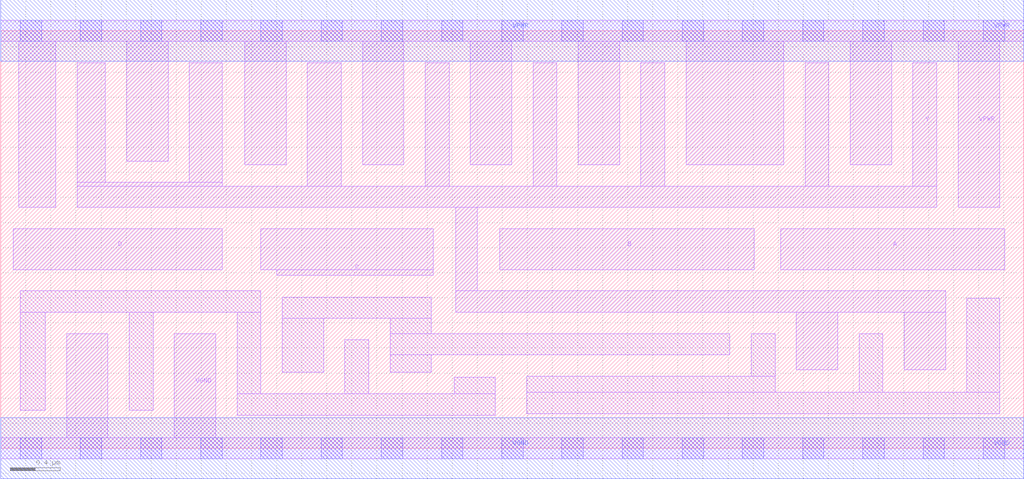
<source format=lef>
# Copyright 2020 The SkyWater PDK Authors
#
# Licensed under the Apache License, Version 2.0 (the "License");
# you may not use this file except in compliance with the License.
# You may obtain a copy of the License at
#
#     https://www.apache.org/licenses/LICENSE-2.0
#
# Unless required by applicable law or agreed to in writing, software
# distributed under the License is distributed on an "AS IS" BASIS,
# WITHOUT WARRANTIES OR CONDITIONS OF ANY KIND, either express or implied.
# See the License for the specific language governing permissions and
# limitations under the License.
#
# SPDX-License-Identifier: Apache-2.0

VERSION 5.7 ;
  NAMESCASESENSITIVE ON ;
  NOWIREEXTENSIONATPIN ON ;
  DIVIDERCHAR "/" ;
  BUSBITCHARS "[]" ;
UNITS
  DATABASE MICRONS 200 ;
END UNITS
MACRO sky130_fd_sc_lp__nand4_4
  CLASS CORE ;
  SOURCE USER ;
  FOREIGN sky130_fd_sc_lp__nand4_4 ;
  ORIGIN  0.000000  0.000000 ;
  SIZE  8.160000 BY  3.330000 ;
  SYMMETRY X Y R90 ;
  SITE unit ;
  PIN A
    ANTENNAGATEAREA  1.260000 ;
    DIRECTION INPUT ;
    USE SIGNAL ;
    PORT
      LAYER li1 ;
        RECT 6.220000 1.425000 8.005000 1.750000 ;
    END
  END A
  PIN B
    ANTENNAGATEAREA  1.260000 ;
    DIRECTION INPUT ;
    USE SIGNAL ;
    PORT
      LAYER li1 ;
        RECT 3.980000 1.425000 6.010000 1.750000 ;
    END
  END B
  PIN C
    ANTENNAGATEAREA  1.260000 ;
    DIRECTION INPUT ;
    USE SIGNAL ;
    PORT
      LAYER li1 ;
        RECT 2.075000 1.425000 3.450000 1.750000 ;
        RECT 2.200000 1.380000 3.450000 1.425000 ;
    END
  END C
  PIN D
    ANTENNAGATEAREA  1.260000 ;
    DIRECTION INPUT ;
    USE SIGNAL ;
    PORT
      LAYER li1 ;
        RECT 0.100000 1.425000 1.765000 1.750000 ;
    END
  END D
  PIN Y
    ANTENNADIFFAREA  3.292800 ;
    DIRECTION OUTPUT ;
    USE SIGNAL ;
    PORT
      LAYER li1 ;
        RECT 0.610000 1.920000 7.465000 2.090000 ;
        RECT 0.610000 2.090000 1.765000 2.120000 ;
        RECT 0.610000 2.120000 0.835000 3.075000 ;
        RECT 1.505000 2.120000 1.765000 3.075000 ;
        RECT 2.445000 2.090000 2.715000 3.075000 ;
        RECT 3.385000 2.090000 3.575000 3.075000 ;
        RECT 3.630000 1.085000 7.535000 1.255000 ;
        RECT 3.630000 1.255000 3.800000 1.920000 ;
        RECT 4.245000 2.090000 4.435000 3.075000 ;
        RECT 5.105000 2.090000 5.295000 3.075000 ;
        RECT 6.345000 0.625000 6.675000 1.085000 ;
        RECT 6.415000 2.090000 6.605000 3.075000 ;
        RECT 7.205000 0.625000 7.535000 1.085000 ;
        RECT 7.275000 2.090000 7.465000 3.075000 ;
    END
  END Y
  PIN VGND
    DIRECTION INOUT ;
    USE GROUND ;
    PORT
      LAYER li1 ;
        RECT 0.000000 -0.085000 8.160000 0.085000 ;
        RECT 0.525000  0.085000 0.855000 0.915000 ;
        RECT 1.385000  0.085000 1.715000 0.915000 ;
      LAYER mcon ;
        RECT 0.155000 -0.085000 0.325000 0.085000 ;
        RECT 0.635000 -0.085000 0.805000 0.085000 ;
        RECT 1.115000 -0.085000 1.285000 0.085000 ;
        RECT 1.595000 -0.085000 1.765000 0.085000 ;
        RECT 2.075000 -0.085000 2.245000 0.085000 ;
        RECT 2.555000 -0.085000 2.725000 0.085000 ;
        RECT 3.035000 -0.085000 3.205000 0.085000 ;
        RECT 3.515000 -0.085000 3.685000 0.085000 ;
        RECT 3.995000 -0.085000 4.165000 0.085000 ;
        RECT 4.475000 -0.085000 4.645000 0.085000 ;
        RECT 4.955000 -0.085000 5.125000 0.085000 ;
        RECT 5.435000 -0.085000 5.605000 0.085000 ;
        RECT 5.915000 -0.085000 6.085000 0.085000 ;
        RECT 6.395000 -0.085000 6.565000 0.085000 ;
        RECT 6.875000 -0.085000 7.045000 0.085000 ;
        RECT 7.355000 -0.085000 7.525000 0.085000 ;
        RECT 7.835000 -0.085000 8.005000 0.085000 ;
      LAYER met1 ;
        RECT 0.000000 -0.245000 8.160000 0.245000 ;
    END
  END VGND
  PIN VPWR
    DIRECTION INOUT ;
    USE POWER ;
    PORT
      LAYER li1 ;
        RECT 0.000000 3.245000 8.160000 3.415000 ;
        RECT 0.145000 1.920000 0.440000 3.245000 ;
        RECT 1.005000 2.290000 1.335000 3.245000 ;
        RECT 1.945000 2.260000 2.275000 3.245000 ;
        RECT 2.885000 2.260000 3.215000 3.245000 ;
        RECT 3.745000 2.260000 4.075000 3.245000 ;
        RECT 4.605000 2.260000 4.935000 3.245000 ;
        RECT 5.465000 2.260000 6.245000 3.245000 ;
        RECT 6.775000 2.260000 7.105000 3.245000 ;
        RECT 7.635000 1.920000 7.965000 3.245000 ;
      LAYER mcon ;
        RECT 0.155000 3.245000 0.325000 3.415000 ;
        RECT 0.635000 3.245000 0.805000 3.415000 ;
        RECT 1.115000 3.245000 1.285000 3.415000 ;
        RECT 1.595000 3.245000 1.765000 3.415000 ;
        RECT 2.075000 3.245000 2.245000 3.415000 ;
        RECT 2.555000 3.245000 2.725000 3.415000 ;
        RECT 3.035000 3.245000 3.205000 3.415000 ;
        RECT 3.515000 3.245000 3.685000 3.415000 ;
        RECT 3.995000 3.245000 4.165000 3.415000 ;
        RECT 4.475000 3.245000 4.645000 3.415000 ;
        RECT 4.955000 3.245000 5.125000 3.415000 ;
        RECT 5.435000 3.245000 5.605000 3.415000 ;
        RECT 5.915000 3.245000 6.085000 3.415000 ;
        RECT 6.395000 3.245000 6.565000 3.415000 ;
        RECT 6.875000 3.245000 7.045000 3.415000 ;
        RECT 7.355000 3.245000 7.525000 3.415000 ;
        RECT 7.835000 3.245000 8.005000 3.415000 ;
      LAYER met1 ;
        RECT 0.000000 3.085000 8.160000 3.575000 ;
    END
  END VPWR
  OBS
    LAYER li1 ;
      RECT 0.155000 0.305000 0.355000 1.085000 ;
      RECT 0.155000 1.085000 2.075000 1.255000 ;
      RECT 1.025000 0.305000 1.215000 1.085000 ;
      RECT 1.885000 0.265000 3.945000 0.435000 ;
      RECT 1.885000 0.435000 2.075000 1.085000 ;
      RECT 2.245000 0.605000 2.575000 1.035000 ;
      RECT 2.245000 1.035000 3.435000 1.205000 ;
      RECT 2.745000 0.435000 2.935000 0.865000 ;
      RECT 3.105000 0.605000 3.435000 0.745000 ;
      RECT 3.105000 0.745000 5.815000 0.915000 ;
      RECT 3.105000 0.915000 3.435000 1.035000 ;
      RECT 3.615000 0.435000 3.945000 0.565000 ;
      RECT 4.195000 0.275000 7.965000 0.445000 ;
      RECT 4.195000 0.445000 6.175000 0.575000 ;
      RECT 5.985000 0.575000 6.175000 0.915000 ;
      RECT 6.845000 0.445000 7.035000 0.915000 ;
      RECT 7.705000 0.445000 7.965000 1.195000 ;
  END
END sky130_fd_sc_lp__nand4_4

</source>
